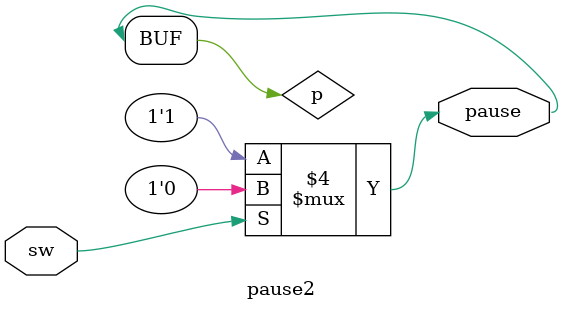
<source format=v>
`timescale 1ns / 1ps
module pause2(
    input wire sw,
	 output wire pause
    );
	 reg p;
	 // puase if sw is 0
	 always @(*) begin
	    if(sw == 0)
		   p <= 1'b1;
		 else 
		   p <= 1'b0;
	 end
	 assign  pause = p;
endmodule

</source>
